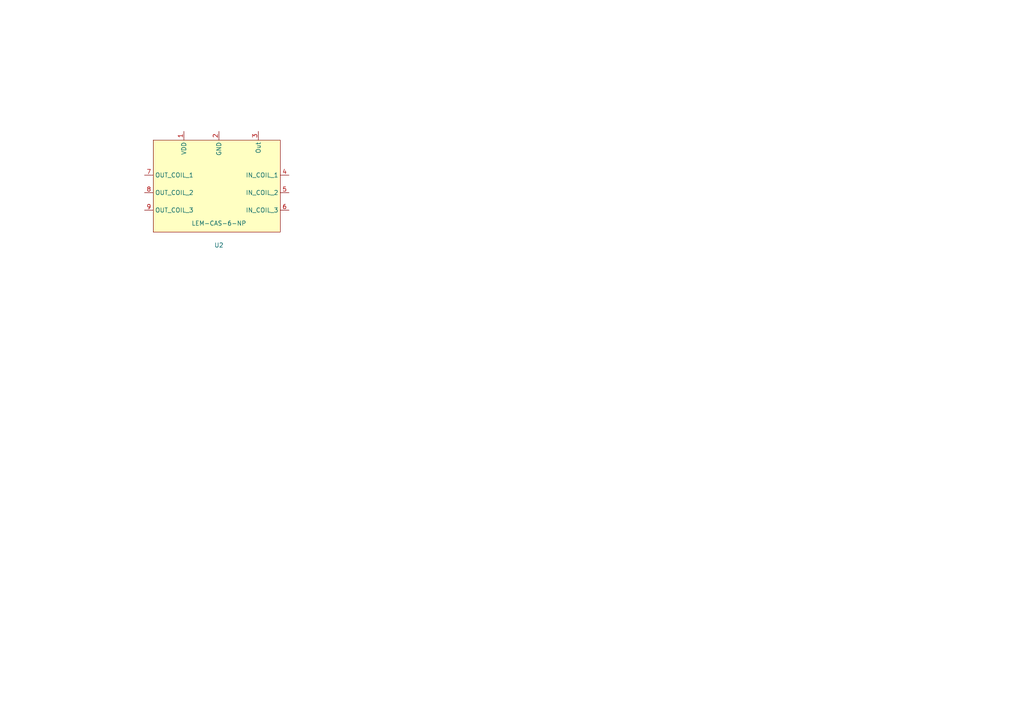
<source format=kicad_sch>
(kicad_sch (version 20211123) (generator eeschema)
  (paper "A4")
  (lib_symbols
    (symbol "Sensing lib:LEM-CAS-6-NP"
      (property "Reference" "U2" (at 0 -30.48 0))
      (property "Value" "LEM-CAS-6-NP" (at 0 -24.13 0))
      (symbol "LEM-CAS-6-NP_0_1"
        (rectangle (start -19.05 0) (end 17.78 -26.67) (fill (type background)))
      )
      (symbol "LEM-CAS-6-NP_1_1"
        (pin power_in line (at -10.16 2.54 270) (length 2.54) (name "VDD") (number "1"))
        (pin input line (at 0 2.54 270) (length 2.54) (name "GND") (number "2"))
        (pin output line (at 11.43 2.54 270) (length 2.54) (name "Out") (number "3"))
        (pin input line (at 20.32 -10.16 180) (length 2.54) (name "IN_COIL_1") (number "4"))
        (pin input line (at 20.32 -15.24 180) (length 2.54) (name "IN_COIL_2") (number "5"))
        (pin input line (at 20.32 -20.32 180) (length 2.54) (name "IN_COIL_3") (number "6"))
        (pin output line (at -21.59 -10.16 0) (length 2.54) (name "OUT_COIL_1") (number "7"))
        (pin output line (at -21.59 -15.24 0) (length 2.54) (name "OUT_COIL_2") (number "8"))
        (pin output line (at -21.59 -20.32 0) (length 2.54) (name "OUT_COIL_3") (number "9"))
      )
    )
  )
  (symbol (lib_id "Sensing lib:LEM-CAS-6-NP") (at 63.5 40.64 0) (unit 1)
    (property "Reference" "U2" (at 63.5 71.12 0))
    (property "Value" "LEM-CAS-6-NP" (at 63.5 64.77 0))
    (property "Footprint" "Sensing lib:LEM-CAS-6-NP" (effects hide))
  )
)
</source>
